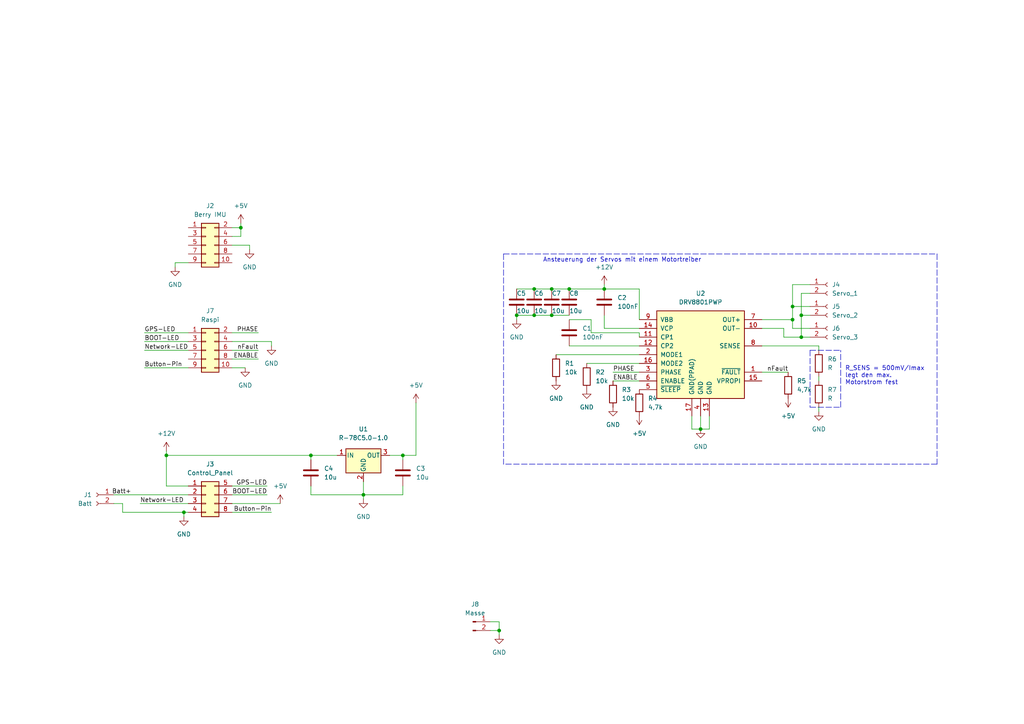
<source format=kicad_sch>
(kicad_sch (version 20211123) (generator eeschema)
  (paper "A4")
  (lib_symbols
    (symbol "Connector:Conn_01x02_Female" (pin_names (offset 1.016) hide)
      (property "Reference" "J" (at 0 2.54 0))
      (property "Value" "Conn_01x02_Female" (at 0 -5.08 0))
      (symbol "Conn_01x02_Female_1_1"
        (arc (start 0 -2.032) (mid -0.508 -2.54) (end 0 -3.048) (stroke (width 0.1524)))
        (polyline (pts (xy -1.27 -2.54) (xy -0.508 -2.54)) (stroke (width 0.1524)))
        (polyline (pts (xy -1.27 0) (xy -0.508 0)) (stroke (width 0.1524)))
        (arc (start 0 0.508) (mid -0.508 0) (end 0 -0.508) (stroke (width 0.1524)))
        (pin passive line (at -5.08 0 0) (length 3.81) (name "Pin_1") (number "1"))
        (pin passive line (at -5.08 -2.54 0) (length 3.81) (name "Pin_2") (number "2"))
      )
    )
    (symbol "Connector:Conn_01x02_Male" (pin_names (offset 1.016) hide)
      (property "Reference" "J" (at 0 2.54 0))
      (property "Value" "Conn_01x02_Male" (at 0 -5.08 0))
      (symbol "Conn_01x02_Male_1_1"
        (polyline (pts (xy 1.27 -2.54) (xy 0.8636 -2.54)) (stroke (width 0.1524)))
        (polyline (pts (xy 1.27 0) (xy 0.8636 0)) (stroke (width 0.1524)))
        (rectangle (start 0.8636 -2.413) (end 0 -2.667) (stroke (width 0.1524)) (fill (type outline)))
        (rectangle (start 0.8636 0.127) (end 0 -0.127) (stroke (width 0.1524)) (fill (type outline)))
        (pin passive line (at 5.08 0 180) (length 3.81) (name "Pin_1") (number "1"))
        (pin passive line (at 5.08 -2.54 180) (length 3.81) (name "Pin_2") (number "2"))
      )
    )
    (symbol "Connector_Generic:Conn_02x04_Top_Bottom" (pin_names (offset 1.016) hide)
      (property "Reference" "J" (at 1.27 5.08 0))
      (property "Value" "Conn_02x04_Top_Bottom" (at 1.27 -7.62 0))
      (symbol "Conn_02x04_Top_Bottom_1_1"
        (rectangle (start -1.27 -4.953) (end 0 -5.207) (stroke (width 0.1524)))
        (rectangle (start -1.27 -2.413) (end 0 -2.667) (stroke (width 0.1524)))
        (rectangle (start -1.27 0.127) (end 0 -0.127) (stroke (width 0.1524)))
        (rectangle (start -1.27 2.667) (end 0 2.413) (stroke (width 0.1524)))
        (rectangle (start -1.27 3.81) (end 3.81 -6.35) (stroke (width 0.254)) (fill (type background)))
        (rectangle (start 3.81 -4.953) (end 2.54 -5.207) (stroke (width 0.1524)))
        (rectangle (start 3.81 -2.413) (end 2.54 -2.667) (stroke (width 0.1524)))
        (rectangle (start 3.81 0.127) (end 2.54 -0.127) (stroke (width 0.1524)))
        (rectangle (start 3.81 2.667) (end 2.54 2.413) (stroke (width 0.1524)))
        (pin passive line (at -5.08 2.54 0) (length 3.81) (name "Pin_1") (number "1"))
        (pin passive line (at -5.08 0 0) (length 3.81) (name "Pin_2") (number "2"))
        (pin passive line (at -5.08 -2.54 0) (length 3.81) (name "Pin_3") (number "3"))
        (pin passive line (at -5.08 -5.08 0) (length 3.81) (name "Pin_4") (number "4"))
        (pin passive line (at 7.62 2.54 180) (length 3.81) (name "Pin_5") (number "5"))
        (pin passive line (at 7.62 0 180) (length 3.81) (name "Pin_6") (number "6"))
        (pin passive line (at 7.62 -2.54 180) (length 3.81) (name "Pin_7") (number "7"))
        (pin passive line (at 7.62 -5.08 180) (length 3.81) (name "Pin_8") (number "8"))
      )
    )
    (symbol "Connector_Generic:Conn_02x05_Odd_Even" (pin_names (offset 1.016) hide)
      (property "Reference" "J" (at 1.27 7.62 0))
      (property "Value" "Conn_02x05_Odd_Even" (at 1.27 -7.62 0))
      (symbol "Conn_02x05_Odd_Even_1_1"
        (rectangle (start -1.27 -4.953) (end 0 -5.207) (stroke (width 0.1524)))
        (rectangle (start -1.27 -2.413) (end 0 -2.667) (stroke (width 0.1524)))
        (rectangle (start -1.27 0.127) (end 0 -0.127) (stroke (width 0.1524)))
        (rectangle (start -1.27 2.667) (end 0 2.413) (stroke (width 0.1524)))
        (rectangle (start -1.27 5.207) (end 0 4.953) (stroke (width 0.1524)))
        (rectangle (start -1.27 6.35) (end 3.81 -6.35) (stroke (width 0.254)) (fill (type background)))
        (rectangle (start 3.81 -4.953) (end 2.54 -5.207) (stroke (width 0.1524)))
        (rectangle (start 3.81 -2.413) (end 2.54 -2.667) (stroke (width 0.1524)))
        (rectangle (start 3.81 0.127) (end 2.54 -0.127) (stroke (width 0.1524)))
        (rectangle (start 3.81 2.667) (end 2.54 2.413) (stroke (width 0.1524)))
        (rectangle (start 3.81 5.207) (end 2.54 4.953) (stroke (width 0.1524)))
        (pin passive line (at -5.08 5.08 0) (length 3.81) (name "Pin_1") (number "1"))
        (pin passive line (at 7.62 -5.08 180) (length 3.81) (name "Pin_10") (number "10"))
        (pin passive line (at 7.62 5.08 180) (length 3.81) (name "Pin_2") (number "2"))
        (pin passive line (at -5.08 2.54 0) (length 3.81) (name "Pin_3") (number "3"))
        (pin passive line (at 7.62 2.54 180) (length 3.81) (name "Pin_4") (number "4"))
        (pin passive line (at -5.08 0 0) (length 3.81) (name "Pin_5") (number "5"))
        (pin passive line (at 7.62 0 180) (length 3.81) (name "Pin_6") (number "6"))
        (pin passive line (at -5.08 -2.54 0) (length 3.81) (name "Pin_7") (number "7"))
        (pin passive line (at 7.62 -2.54 180) (length 3.81) (name "Pin_8") (number "8"))
        (pin passive line (at -5.08 -5.08 0) (length 3.81) (name "Pin_9") (number "9"))
      )
    )
    (symbol "Device:C" (pin_numbers hide) (pin_names (offset 0.254))
      (property "Reference" "C" (at 0.635 2.54 0))
      (property "Value" "C" (at 0.635 -2.54 0))
      (symbol "C_0_1"
        (polyline (pts (xy -2.032 -0.762) (xy 2.032 -0.762)) (stroke (width 0.508)))
        (polyline (pts (xy -2.032 0.762) (xy 2.032 0.762)) (stroke (width 0.508)))
      )
      (symbol "C_1_1"
        (pin passive line (at 0 3.81 270) (length 2.794) (name "~") (number "1"))
        (pin passive line (at 0 -3.81 90) (length 2.794) (name "~") (number "2"))
      )
    )
    (symbol "Device:R" (pin_numbers hide) (pin_names (offset 0))
      (property "Reference" "R" (at 2.032 0 90))
      (property "Value" "R" (at 0 0 90))
      (symbol "R_0_1"
        (rectangle (start -1.016 -2.54) (end 1.016 2.54) (stroke (width 0.254)))
      )
      (symbol "R_1_1"
        (pin passive line (at 0 3.81 270) (length 1.27) (name "~") (number "1"))
        (pin passive line (at 0 -3.81 90) (length 1.27) (name "~") (number "2"))
      )
    )
    (symbol "Driver_Motor:DRV8801PWP" (pin_names (offset 1.016))
      (property "Reference" "U" (at -12.7 16.51 0))
      (property "Value" "DRV8801PWP" (at -12.7 13.97 0))
      (symbol "DRV8801PWP_0_1"
        (rectangle (start -12.7 12.7) (end 12.7 -12.7) (stroke (width 0.254)) (fill (type background)))
      )
      (symbol "DRV8801PWP_1_1"
        (pin open_collector line (at 17.78 -5.08 180) (length 5.08) (name "~{FAULT}") (number "1"))
        (pin power_out line (at 17.78 7.62 180) (length 5.08) (name "OUT-") (number "10"))
        (pin power_in line (at -17.78 5.08 0) (length 5.08) (name "CP1") (number "11"))
        (pin power_in line (at -17.78 2.54 0) (length 5.08) (name "CP2") (number "12"))
        (pin power_in line (at 2.54 -17.78 90) (length 5.08) (name "GND") (number "13"))
        (pin power_in line (at -17.78 7.62 0) (length 5.08) (name "VCP") (number "14"))
        (pin output line (at 17.78 -7.62 180) (length 5.08) (name "VPROPI") (number "15"))
        (pin input line (at -17.78 -2.54 0) (length 5.08) (name "MODE2") (number "16"))
        (pin power_in line (at -2.54 -17.78 90) (length 5.08) (name "GND(PPAD)") (number "17"))
        (pin input line (at -17.78 0 0) (length 5.08) (name "MODE1") (number "2"))
        (pin input line (at -17.78 -5.08 0) (length 5.08) (name "PHASE") (number "3"))
        (pin power_in line (at 0 -17.78 90) (length 5.08) (name "GND") (number "4"))
        (pin input line (at -17.78 -10.16 0) (length 5.08) (name "~{SLEEP}") (number "5"))
        (pin input line (at -17.78 -7.62 0) (length 5.08) (name "ENABLE") (number "6"))
        (pin power_out line (at 17.78 10.16 180) (length 5.08) (name "OUT+") (number "7"))
        (pin power_out line (at 17.78 2.54 180) (length 5.08) (name "SENSE") (number "8"))
        (pin power_in line (at -17.78 10.16 0) (length 5.08) (name "VBB") (number "9"))
      )
    )
    (symbol "Regulator_Switching:R-78C5.0-1.0" (pin_names (offset 0.254))
      (property "Reference" "U" (at -3.81 3.175 0))
      (property "Value" "R-78C5.0-1.0" (at 0 3.175 0))
      (symbol "R-78C5.0-1.0_0_1"
        (rectangle (start -5.08 1.905) (end 5.08 -5.08) (stroke (width 0.254)) (fill (type background)))
      )
      (symbol "R-78C5.0-1.0_1_1"
        (pin power_in line (at -7.62 0 0) (length 2.54) (name "IN") (number "1"))
        (pin power_in line (at 0 -7.62 90) (length 2.54) (name "GND") (number "2"))
        (pin power_out line (at 7.62 0 180) (length 2.54) (name "OUT") (number "3"))
      )
    )
    (symbol "power:+12V" (power) (pin_names (offset 0))
      (property "Value" "+12V" (at 0 3.556 0))
      (symbol "+12V_0_1"
        (polyline (pts (xy -0.762 1.27) (xy 0 2.54)))
        (polyline (pts (xy 0 0) (xy 0 2.54)))
        (polyline (pts (xy 0 2.54) (xy 0.762 1.27)))
      )
      (symbol "+12V_1_1"
        (pin power_in line (at 0 0 90) (length 0) hide (name "+12V") (number "1"))
      )
    )
    (symbol "power:+5V" (power) (pin_names (offset 0))
      (property "Value" "+5V" (at 0 3.556 0))
      (symbol "+5V_0_1"
        (polyline (pts (xy -0.762 1.27) (xy 0 2.54)))
        (polyline (pts (xy 0 0) (xy 0 2.54)))
        (polyline (pts (xy 0 2.54) (xy 0.762 1.27)))
      )
      (symbol "+5V_1_1"
        (pin power_in line (at 0 0 90) (length 0) hide (name "+5V") (number "1"))
      )
    )
    (symbol "power:GND" (power) (pin_names (offset 0))
      (property "Value" "GND" (at 0 -3.81 0))
      (symbol "GND_0_1"
        (polyline (pts (xy 0 0) (xy 0 -1.27) (xy 1.27 -1.27) (xy 0 -2.54) (xy -1.27 -1.27) (xy 0 -1.27)))
      )
      (symbol "GND_1_1"
        (pin power_in line (at 0 0 270) (length 0) hide (name "GND") (number "1"))
      )
    )
  )
  (junction (at 90.17 132.08))
  (junction (at 48.26 132.08))
  (junction (at 116.84 132.08))
  (junction (at 144.78 182.88))
  (junction (at 53.34 148.59))
  (junction (at 232.41 97.79))
  (junction (at 154.94 91.44))
  (junction (at 232.41 91.44))
  (junction (at 229.87 88.9))
  (junction (at 149.86 91.44))
  (junction (at 69.85 66.04))
  (junction (at 160.02 91.44))
  (junction (at 175.26 83.82))
  (junction (at 165.1 83.82))
  (junction (at 229.87 92.71))
  (junction (at 203.2 124.46))
  (junction (at 154.94 83.82))
  (junction (at 105.41 143.51))
  (junction (at 160.02 83.82))
  (wire (pts (xy 165.1 92.71) (xy 171.45 92.71)))
  (wire (pts (xy 116.84 132.08) (xy 116.84 133.35)))
  (wire (pts (xy 185.42 83.82) (xy 185.42 92.71)))
  (wire (pts (xy 160.02 91.44) (xy 165.1 91.44)))
  (wire (pts (xy 105.41 139.7) (xy 105.41 143.51)))
  (wire (pts (xy 177.8 107.95) (xy 185.42 107.95)))
  (wire (pts (xy 54.61 76.2) (xy 50.8 76.2)))
  (wire (pts (xy 50.8 76.2) (xy 50.8 77.47)))
  (wire (pts (xy 142.24 180.34) (xy 144.78 180.34)))
  (wire (pts (xy 67.31 96.52) (xy 74.93 96.52)))
  (wire (pts (xy 220.98 92.71) (xy 229.87 92.71)))
  (wire (pts (xy 220.98 95.25) (xy 227.33 95.25)))
  (wire (pts (xy 105.41 143.51) (xy 105.41 144.78)))
  (wire (pts (xy 41.91 96.52) (xy 54.61 96.52)))
  (wire (pts (xy 67.31 66.04) (xy 69.85 66.04)))
  (wire (pts (xy 69.85 68.58) (xy 67.31 68.58)))
  (wire (pts (xy 160.02 83.82) (xy 165.1 83.82)))
  (wire (pts (xy 177.8 110.49) (xy 185.42 110.49)))
  (wire (pts (xy 229.87 82.55) (xy 229.87 88.9)))
  (wire (pts (xy 171.45 92.71) (xy 171.45 96.52)))
  (wire (pts (xy 67.31 140.97) (xy 77.47 140.97)))
  (wire (pts (xy 232.41 91.44) (xy 232.41 85.09)))
  (wire (pts (xy 165.1 83.82) (xy 175.26 83.82)))
  (wire (pts (xy 120.65 116.84) (xy 120.65 132.08)))
  (wire (pts (xy 90.17 132.08) (xy 90.17 133.35)))
  (wire (pts (xy 33.02 143.51) (xy 54.61 143.51)))
  (wire (pts (xy 234.95 82.55) (xy 229.87 82.55)))
  (wire (pts (xy 175.26 95.25) (xy 185.42 95.25)))
  (wire (pts (xy 67.31 104.14) (xy 74.93 104.14)))
  (wire (pts (xy 203.2 120.65) (xy 203.2 124.46)))
  (wire (pts (xy 170.18 105.41) (xy 185.42 105.41)))
  (wire (pts (xy 90.17 140.97) (xy 90.17 143.51)))
  (wire (pts (xy 154.94 91.44) (xy 160.02 91.44)))
  (wire (pts (xy 48.26 140.97) (xy 54.61 140.97)))
  (wire (pts (xy 232.41 97.79) (xy 232.41 91.44)))
  (wire (pts (xy 67.31 71.12) (xy 72.39 71.12)))
  (wire (pts (xy 144.78 182.88) (xy 144.78 184.15)))
  (wire (pts (xy 53.34 148.59) (xy 35.56 148.59)))
  (wire (pts (xy 48.26 140.97) (xy 48.26 132.08)))
  (wire (pts (xy 54.61 148.59) (xy 53.34 148.59)))
  (polyline (pts (xy 234.95 101.6) (xy 243.84 101.6)))
  (wire (pts (xy 161.29 102.87) (xy 185.42 102.87)))
  (wire (pts (xy 237.49 118.11) (xy 237.49 119.38)))
  (polyline (pts (xy 271.78 134.62) (xy 146.05 134.62)))
  (wire (pts (xy 185.42 83.82) (xy 175.26 83.82)))
  (polyline (pts (xy 234.95 101.6) (xy 234.95 118.11)))
  (wire (pts (xy 35.56 146.05) (xy 35.56 148.59)))
  (wire (pts (xy 67.31 99.06) (xy 78.74 99.06)))
  (wire (pts (xy 142.24 182.88) (xy 144.78 182.88)))
  (wire (pts (xy 90.17 132.08) (xy 97.79 132.08)))
  (wire (pts (xy 232.41 91.44) (xy 234.95 91.44)))
  (wire (pts (xy 229.87 95.25) (xy 234.95 95.25)))
  (wire (pts (xy 175.26 82.55) (xy 175.26 83.82)))
  (wire (pts (xy 113.03 132.08) (xy 116.84 132.08)))
  (wire (pts (xy 67.31 106.68) (xy 71.12 106.68)))
  (polyline (pts (xy 146.05 73.66) (xy 146.05 134.62)))
  (wire (pts (xy 41.91 101.6) (xy 54.61 101.6)))
  (wire (pts (xy 69.85 66.04) (xy 69.85 68.58)))
  (wire (pts (xy 220.98 100.33) (xy 237.49 100.33)))
  (wire (pts (xy 171.45 96.52) (xy 185.42 96.52)))
  (wire (pts (xy 67.31 101.6) (xy 74.93 101.6)))
  (wire (pts (xy 229.87 92.71) (xy 229.87 95.25)))
  (wire (pts (xy 227.33 95.25) (xy 227.33 97.79)))
  (wire (pts (xy 175.26 91.44) (xy 175.26 95.25)))
  (wire (pts (xy 144.78 180.34) (xy 144.78 182.88)))
  (wire (pts (xy 105.41 143.51) (xy 116.84 143.51)))
  (wire (pts (xy 205.74 120.65) (xy 205.74 124.46)))
  (wire (pts (xy 229.87 88.9) (xy 229.87 92.71)))
  (wire (pts (xy 200.66 120.65) (xy 200.66 124.46)))
  (wire (pts (xy 116.84 132.08) (xy 120.65 132.08)))
  (wire (pts (xy 154.94 83.82) (xy 160.02 83.82)))
  (wire (pts (xy 67.31 143.51) (xy 77.47 143.51)))
  (wire (pts (xy 200.66 124.46) (xy 203.2 124.46)))
  (wire (pts (xy 232.41 85.09) (xy 234.95 85.09)))
  (wire (pts (xy 220.98 107.95) (xy 228.6 107.95)))
  (wire (pts (xy 48.26 130.81) (xy 48.26 132.08)))
  (wire (pts (xy 78.74 99.06) (xy 78.74 100.33)))
  (wire (pts (xy 227.33 97.79) (xy 232.41 97.79)))
  (polyline (pts (xy 243.84 118.11) (xy 243.84 101.6)))
  (wire (pts (xy 229.87 88.9) (xy 234.95 88.9)))
  (wire (pts (xy 48.26 132.08) (xy 90.17 132.08)))
  (wire (pts (xy 205.74 124.46) (xy 203.2 124.46)))
  (wire (pts (xy 149.86 91.44) (xy 149.86 92.71)))
  (wire (pts (xy 69.85 64.77) (xy 69.85 66.04)))
  (wire (pts (xy 33.02 146.05) (xy 35.56 146.05)))
  (wire (pts (xy 72.39 71.12) (xy 72.39 72.39)))
  (wire (pts (xy 149.86 91.44) (xy 154.94 91.44)))
  (polyline (pts (xy 146.05 73.66) (xy 271.78 73.66)))
  (wire (pts (xy 237.49 109.22) (xy 237.49 110.49)))
  (wire (pts (xy 53.34 148.59) (xy 53.34 149.86)))
  (wire (pts (xy 40.64 146.05) (xy 54.61 146.05)))
  (polyline (pts (xy 271.78 73.66) (xy 271.78 134.62)))
  (wire (pts (xy 41.91 99.06) (xy 54.61 99.06)))
  (wire (pts (xy 232.41 97.79) (xy 234.95 97.79)))
  (wire (pts (xy 41.91 106.68) (xy 54.61 106.68)))
  (polyline (pts (xy 234.95 118.11) (xy 243.84 118.11)))
  (wire (pts (xy 237.49 101.6) (xy 237.49 100.33)))
  (wire (pts (xy 165.1 100.33) (xy 185.42 100.33)))
  (wire (pts (xy 149.86 83.82) (xy 154.94 83.82)))
  (wire (pts (xy 67.31 146.05) (xy 81.28 146.05)))
  (wire (pts (xy 116.84 140.97) (xy 116.84 143.51)))
  (wire (pts (xy 90.17 143.51) (xy 105.41 143.51)))
  (wire (pts (xy 67.31 148.59) (xy 78.74 148.59)))
  (wire (pts (xy 185.42 96.52) (xy 185.42 97.79)))
  (text "R_SENS = 500mV/Imax\nlegt den max.\nMotorstrom fest" (at 245.11 111.76 0) (effects (font (size 1.27 1.27)) (justify left bottom)))
  (text "Ansteuerung der Servos mit einem Motortreiber" (at 157.48 76.2 0) (effects (font (size 1.27 1.27)) (justify left bottom)))
  (label "GPS-LED" (at 41.91 96.52 0))
  (label "Network-LED" (at 41.91 101.6 0))
  (label "nFault" (at 74.93 101.6 180))
  (label "GPS-LED" (at 77.47 140.97 180))
  (label "ENABLE" (at 177.8 110.49 0))
  (label "PHASE" (at 177.8 107.95 0))
  (label "Button-Pin" (at 78.74 148.59 180))
  (label "Network-LED" (at 40.64 146.05 0))
  (label "BOOT-LED" (at 77.47 143.51 180))
  (label "nFault" (at 228.6 107.95 180))
  (label "ENABLE" (at 74.93 104.14 180))
  (label "Batt+" (at 38.1 143.51 180))
  (label "PHASE" (at 74.93 96.52 180))
  (label "Button-Pin" (at 41.91 106.68 0))
  (label "BOOT-LED" (at 41.91 99.06 0))
  (symbol (lib_id "Connector_Generic:Conn_02x05_Odd_Even") (at 59.69 71.12 0) (unit 1)
    (property "Reference" "J2" (at 60.96 59.69 0))
    (property "Value" "Berry IMU" (at 60.96 62.23 0))
    (property "Footprint" "Connector_PinSocket_2.54mm:PinSocket_2x05_P2.54mm_Vertical" (effects hide))
  )
  (symbol (lib_id "power:GND") (at 177.8 118.11 0) (unit 1)
    (property "Reference" "#PWR011" (effects hide))
    (property "Value" "GND" (at 177.8 123.19 0))
  )
  (symbol (lib_id "power:GND") (at 105.41 144.78 0) (unit 1)
    (property "Reference" "#PWR06" (effects hide))
    (property "Value" "GND" (at 105.41 149.86 0))
  )
  (symbol (lib_id "power:+12V") (at 175.26 82.55 0) (unit 1)
    (property "Reference" "#PWR010" (effects hide))
    (property "Value" "+12V" (at 175.26 77.47 0))
  )
  (symbol (lib_id "Device:C") (at 160.02 87.63 0) (unit 1)
    (property "Reference" "C7" (at 160.02 85.09 0) (effects (justify left)))
    (property "Value" "10u" (at 160.02 90.17 0) (effects (justify left)))
    (property "Footprint" "Capacitor_SMD:C_0805_2012Metric_Pad1.18x1.45mm_HandSolder" (effects hide))
  )
  (symbol (lib_id "Device:C") (at 165.1 87.63 0) (unit 1)
    (property "Reference" "C8" (at 165.1 85.09 0) (effects (justify left)))
    (property "Value" "10u" (at 165.1 90.17 0) (effects (justify left)))
    (property "Footprint" "Capacitor_SMD:C_0805_2012Metric_Pad1.18x1.45mm_HandSolder" (effects hide))
  )
  (symbol (lib_id "Connector:Conn_01x02_Female") (at 27.94 143.51 0) (mirror y) (unit 1)
    (property "Reference" "J1" (at 26.67 143.5099 0) (effects (justify left)))
    (property "Value" "Batt" (at 26.67 146.0499 0) (effects (justify left)))
    (property "Footprint" "MyFootprints:Pfusch_Conn" (effects hide))
  )
  (symbol (lib_id "Device:R") (at 228.6 111.76 0) (unit 1)
    (property "Reference" "R5" (at 231.14 110.4899 0) (effects (justify left)))
    (property "Value" "4,7k" (at 231.14 113.0299 0) (effects (justify left)))
    (property "Footprint" "Resistor_SMD:R_0805_2012Metric_Pad1.20x1.40mm_HandSolder" (effects hide))
  )
  (symbol (lib_id "power:GND") (at 161.29 110.49 0) (unit 1)
    (property "Reference" "#PWR08" (effects hide))
    (property "Value" "GND" (at 161.29 115.57 0))
  )
  (symbol (lib_id "power:GND") (at 170.18 113.03 0) (unit 1)
    (property "Reference" "#PWR09" (effects hide))
    (property "Value" "GND" (at 170.18 118.11 0))
  )
  (symbol (lib_id "Device:C") (at 149.86 87.63 0) (unit 1)
    (property "Reference" "C5" (at 149.86 85.09 0) (effects (justify left)))
    (property "Value" "10u" (at 149.86 90.17 0) (effects (justify left)))
    (property "Footprint" "Capacitor_SMD:C_0805_2012Metric_Pad1.18x1.45mm_HandSolder" (effects hide))
  )
  (symbol (lib_id "Device:R") (at 185.42 116.84 0) (unit 1)
    (property "Reference" "R4" (at 187.96 115.5699 0) (effects (justify left)))
    (property "Value" "4,7k" (at 187.96 118.1099 0) (effects (justify left)))
    (property "Footprint" "Resistor_SMD:R_0805_2012Metric_Pad1.20x1.40mm_HandSolder" (effects hide))
  )
  (symbol (lib_id "power:GND") (at 72.39 72.39 0) (unit 1)
    (property "Reference" "#PWR017" (effects hide))
    (property "Value" "GND" (at 72.39 77.47 0))
  )
  (symbol (lib_id "Device:C") (at 116.84 137.16 0) (unit 1)
    (property "Reference" "C3" (at 120.65 135.8899 0) (effects (justify left)))
    (property "Value" "10u" (at 120.65 138.4299 0) (effects (justify left)))
    (property "Footprint" "Capacitor_SMD:C_0805_2012Metric_Pad1.18x1.45mm_HandSolder" (effects hide))
  )
  (symbol (lib_id "Connector:Conn_01x02_Female") (at 240.03 95.25 0) (unit 1)
    (property "Reference" "J6" (at 241.3 95.2499 0) (effects (justify left)))
    (property "Value" "Servo_3" (at 241.3 97.7899 0) (effects (justify left)))
    (property "Footprint" "MyFootprints:Pfusch_Conn" (effects hide))
  )
  (symbol (lib_id "Connector:Conn_01x02_Female") (at 240.03 88.9 0) (unit 1)
    (property "Reference" "J5" (at 241.3 88.8999 0) (effects (justify left)))
    (property "Value" "Servo_2" (at 241.3 91.4399 0) (effects (justify left)))
    (property "Footprint" "MyFootprints:Pfusch_Conn" (effects hide))
  )
  (symbol (lib_id "Regulator_Switching:R-78C5.0-1.0") (at 105.41 132.08 0) (unit 1)
    (property "Reference" "U1" (at 105.41 124.46 0))
    (property "Value" "R-78C5.0-1.0" (at 105.41 127 0))
    (property "Footprint" "Converter_DCDC:Converter_DCDC_RECOM_R-78E-0.5_THT" (effects hide))
    (property "Datasheet" "https://www.recom-power.com/pdf/Innoline/R-78Cxx-1.0.pdf" (effects hide))
  )
  (symbol (lib_id "Connector_Generic:Conn_02x05_Odd_Even") (at 59.69 101.6 0) (unit 1)
    (property "Reference" "J7" (at 60.96 90.17 0))
    (property "Value" "Raspi" (at 60.96 92.71 0))
    (property "Footprint" "Connector_PinSocket_2.54mm:PinSocket_2x05_P2.54mm_Vertical" (effects hide))
  )
  (symbol (lib_id "power:+5V") (at 185.42 120.65 180) (unit 1)
    (property "Reference" "#PWR012" (effects hide))
    (property "Value" "+5V" (at 185.42 125.73 0))
  )
  (symbol (lib_id "Driver_Motor:DRV8801PWP") (at 203.2 102.87 0) (unit 1)
    (property "Reference" "U2" (at 203.2 85.09 0))
    (property "Value" "DRV8801PWP" (at 203.2 87.63 0))
    (property "Footprint" "Package_SO:HTSSOP-16-1EP_4.4x5mm_P0.65mm_EP3.4x5mm_Mask3x3mm_ThermalVias" (effects hide))
    (property "Datasheet" "http://www.ti.com/lit/ds/symlink/drv8801.pdf" (effects hide))
  )
  (symbol (lib_id "Device:C") (at 154.94 87.63 0) (unit 1)
    (property "Reference" "C6" (at 154.94 85.09 0) (effects (justify left)))
    (property "Value" "10u" (at 154.94 90.17 0) (effects (justify left)))
    (property "Footprint" "Capacitor_SMD:C_0805_2012Metric_Pad1.18x1.45mm_HandSolder" (effects hide))
  )
  (symbol (lib_id "power:GND") (at 203.2 124.46 0) (unit 1)
    (property "Reference" "#PWR013" (effects hide))
    (property "Value" "GND" (at 203.2 129.54 0))
  )
  (symbol (lib_id "power:+5V") (at 81.28 146.05 0) (unit 1)
    (property "Reference" "#PWR05" (effects hide))
    (property "Value" "+5V" (at 81.28 140.97 0))
  )
  (symbol (lib_id "Device:C") (at 165.1 96.52 0) (unit 1)
    (property "Reference" "C1" (at 168.91 95.2499 0) (effects (justify left)))
    (property "Value" "100nF" (at 168.91 97.7899 0) (effects (justify left)))
    (property "Footprint" "Capacitor_SMD:C_0805_2012Metric_Pad1.18x1.45mm_HandSolder" (effects hide))
  )
  (symbol (lib_id "power:+5V") (at 69.85 64.77 0) (unit 1)
    (property "Reference" "#PWR04" (effects hide))
    (property "Value" "+5V" (at 69.85 59.69 0))
  )
  (symbol (lib_id "power:GND") (at 237.49 119.38 0) (unit 1)
    (property "Reference" "#PWR015" (effects hide))
    (property "Value" "GND" (at 237.49 124.46 0))
  )
  (symbol (lib_id "power:+5V") (at 228.6 115.57 180) (unit 1)
    (property "Reference" "#PWR014" (effects hide))
    (property "Value" "+5V" (at 228.6 120.65 0))
  )
  (symbol (lib_id "power:GND") (at 71.12 106.68 0) (unit 1)
    (property "Reference" "#PWR016" (effects hide))
    (property "Value" "GND" (at 71.12 111.76 0))
  )
  (symbol (lib_id "Device:R") (at 237.49 105.41 0) (unit 1)
    (property "Reference" "R6" (at 240.03 104.1399 0) (effects (justify left)))
    (property "Value" "R" (at 240.03 106.6799 0) (effects (justify left)))
    (property "Footprint" "Resistor_SMD:R_0805_2012Metric_Pad1.20x1.40mm_HandSolder" (effects hide))
  )
  (symbol (lib_id "Connector:Conn_01x02_Female") (at 240.03 82.55 0) (unit 1)
    (property "Reference" "J4" (at 241.3 82.5499 0) (effects (justify left)))
    (property "Value" "Servo_1" (at 241.3 85.0899 0) (effects (justify left)))
    (property "Footprint" "MyFootprints:Pfusch_Conn" (effects hide))
  )
  (symbol (lib_id "power:GND") (at 53.34 149.86 0) (unit 1)
    (property "Reference" "#PWR03" (effects hide))
    (property "Value" "GND" (at 53.34 154.94 0))
  )
  (symbol (lib_id "Connector_Generic:Conn_02x04_Top_Bottom") (at 59.69 143.51 0) (unit 1)
    (property "Reference" "J3" (at 60.96 134.62 0))
    (property "Value" "Control_Panel" (at 60.96 137.16 0))
    (property "Footprint" "Connector_PinHeader_2.54mm:PinHeader_2x04_P2.54mm_Vertical" (effects hide))
  )
  (symbol (lib_id "Device:C") (at 90.17 137.16 0) (unit 1)
    (property "Reference" "C4" (at 93.98 135.8899 0) (effects (justify left)))
    (property "Value" "10u" (at 93.98 138.4299 0) (effects (justify left)))
    (property "Footprint" "Capacitor_SMD:C_0805_2012Metric_Pad1.18x1.45mm_HandSolder" (effects hide))
  )
  (symbol (lib_id "power:GND") (at 78.74 100.33 0) (unit 1)
    (property "Reference" "#PWR01" (effects hide))
    (property "Value" "GND" (at 78.74 105.41 0))
  )
  (symbol (lib_id "power:GND") (at 149.86 92.71 0) (unit 1)
    (property "Reference" "#PWR018" (effects hide))
    (property "Value" "GND" (at 149.86 97.79 0))
  )
  (symbol (lib_id "Device:R") (at 170.18 109.22 0) (unit 1)
    (property "Reference" "R2" (at 172.72 107.9499 0) (effects (justify left)))
    (property "Value" "10k" (at 172.72 110.4899 0) (effects (justify left)))
    (property "Footprint" "Resistor_SMD:R_0805_2012Metric_Pad1.20x1.40mm_HandSolder" (effects hide))
  )
  (symbol (lib_id "power:+12V") (at 48.26 130.81 0) (unit 1)
    (property "Reference" "#PWR02" (effects hide))
    (property "Value" "+12V" (at 48.26 125.73 0))
  )
  (symbol (lib_id "Device:R") (at 161.29 106.68 0) (unit 1)
    (property "Reference" "R1" (at 163.83 105.4099 0) (effects (justify left)))
    (property "Value" "10k" (at 163.83 107.9499 0) (effects (justify left)))
    (property "Footprint" "Resistor_SMD:R_0805_2012Metric_Pad1.20x1.40mm_HandSolder" (effects hide))
  )
  (symbol (lib_id "Device:R") (at 237.49 114.3 0) (unit 1)
    (property "Reference" "R7" (at 240.03 113.0299 0) (effects (justify left)))
    (property "Value" "R" (at 240.03 115.5699 0) (effects (justify left)))
    (property "Footprint" "Resistor_SMD:R_0805_2012Metric_Pad1.20x1.40mm_HandSolder" (effects hide))
  )
  (symbol (lib_id "power:GND") (at 144.78 184.15 0) (unit 1)
    (property "Reference" "#PWR0102" (effects hide))
    (property "Value" "GND" (at 144.78 189.23 0))
  )
  (symbol (lib_id "power:+5V") (at 120.65 116.84 0) (unit 1)
    (property "Reference" "#PWR07" (effects hide))
    (property "Value" "+5V" (at 120.65 111.76 0))
  )
  (symbol (lib_id "Device:C") (at 175.26 87.63 0) (unit 1)
    (property "Reference" "C2" (at 179.07 86.3599 0) (effects (justify left)))
    (property "Value" "100nF" (at 179.07 88.8999 0) (effects (justify left)))
    (property "Footprint" "Capacitor_SMD:C_0805_2012Metric_Pad1.18x1.45mm_HandSolder" (effects hide))
  )
  (symbol (lib_id "power:GND") (at 50.8 77.47 0) (unit 1)
    (property "Reference" "#PWR0101" (effects hide))
    (property "Value" "GND" (at 50.8 82.55 0))
  )
  (symbol (lib_id "Connector:Conn_01x02_Male") (at 137.16 180.34 0) (unit 1)
    (property "Reference" "J8" (at 137.795 175.26 0))
    (property "Value" "Masse" (at 137.795 177.8 0))
    (property "Footprint" "Connector_PinHeader_2.54mm:PinHeader_1x02_P2.54mm_Vertical" (effects hide))
  )
  (symbol (lib_id "Device:R") (at 177.8 114.3 0) (unit 1)
    (property "Reference" "R3" (at 180.34 113.0299 0) (effects (justify left)))
    (property "Value" "10k" (at 180.34 115.5699 0) (effects (justify left)))
    (property "Footprint" "Resistor_SMD:R_0805_2012Metric_Pad1.20x1.40mm_HandSolder" (effects hide))
  )
)
</source>
